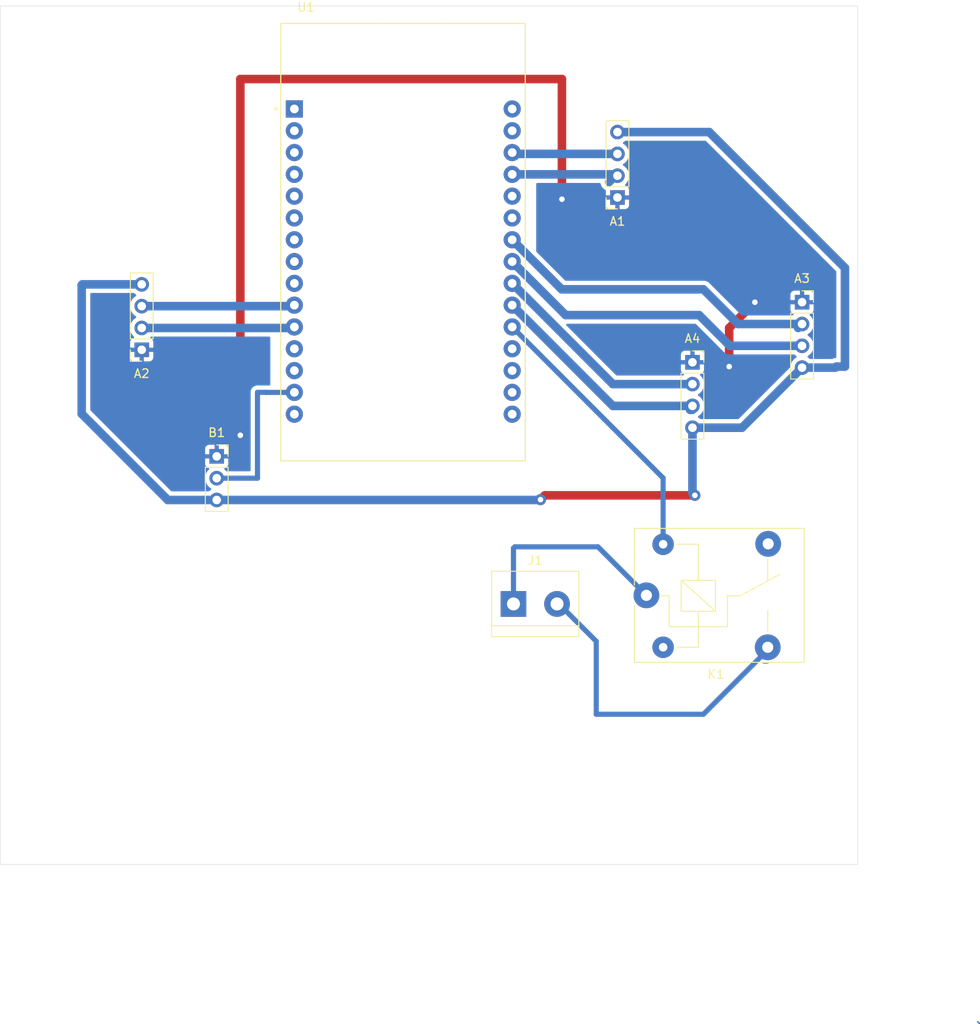
<source format=kicad_pcb>
(kicad_pcb (version 20240108) (generator "pcbnew") (generator_version "8.0")
  (layers (0 "F.Cu" signal) (31 "B.Cu" signal) (34 "B.Paste" user) (35 "F.Paste" user) (36 "B.SilkS" user "B.Silkscreen") (37 "F.SilkS" user "F.Silkscreen") (38 "B.Mask" user) (39 "F.Mask" user) (44 "Edge.Cuts" user))
  (net 0 "")
  (net 1 "/TRIGER1")
  (net 2 "+5V")
  (net 3 "GND")
  (net 4 "/ECHO1")
  (net 5 "/ECHO2")
  (net 6 "/TRIGER2")
  (net 7 "/TRIGER3")
  (net 8 "/ECHO3")
  (net 9 "/ECHO4")
  (net 10 "/TRIGER4")
  (net 11 "/DHT")
  (net 28 "/RELatSp")
  (net 32 "Net-(J1-Pin_2)")
  (net 33 "Net-(J1-Pin_1)")
  (net 35 "Net-(U1-VIN)")
  (footprint "Connector_PinSocket_2.54mm:PinSocket_1x04_P2.54mm_Vertical" (layer "F.Cu") (at 158 64.5)
    (property "Reference" "A3" (at 0 -2.77 360) (layer "F.SilkS"))
    (property "Value" "Ultrasonido")
    (fp_line (start -1.33 1.27) (end -1.33 8.95) (stroke (width 0.12)) (layer "F.SilkS"))
    (fp_line (start -1.33 1.27) (end 1.33 1.27) (stroke (width 0.12)) (layer "F.SilkS"))
    (fp_line (start -1.33 8.95) (end 1.33 8.95) (stroke (width 0.12)) (layer "F.SilkS"))
    (fp_line (start 0 -1.33) (end 1.33 -1.33) (stroke (width 0.12)) (layer "F.SilkS"))
    (fp_line (start 1.33 -1.33) (end 1.33 0) (stroke (width 0.12)) (layer "F.SilkS"))
    (fp_line (start 1.33 1.27) (end 1.33 8.95) (stroke (width 0.12)) (layer "F.SilkS"))
    (pad "1" thru_hole rect (at 0 0) (size 1.7 1.7) (drill 1) (layers "*.Cu" "*.Mask") (net 3 "GND"))
    (pad "2" thru_hole oval (at 0 2.54) (size 1.7 1.7) (drill 1) (layers "*.Cu" "*.Mask") (net 8 "/ECHO3"))
    (pad "3" thru_hole oval (at 0 5.08) (size 1.7 1.7) (drill 1) (layers "*.Cu" "*.Mask") (net 7 "/TRIGER3"))
    (pad "4" thru_hole oval (at 0 7.62) (size 1.7 1.7) (drill 1) (layers "*.Cu" "*.Mask") (net 2 "+5V"))
  )
  (footprint "ESP32-DEVKIT-V1:MODULE_ESP32_DEVKIT_V1" (layer "F.Cu") (at 111.5 57.5)
    (property "Reference" "U1" (at -11.355 -27.36 0) (layer "F.SilkS"))
    (property "Value" "ESP32-DEVKIT-V1")
    (fp_line (start -14.28 -25.475) (end -3.211 -25.475) (stroke (width 0.127)) (layer "F.SilkS"))
    (fp_line (start -14.28 -25.475) (end 14.23 -25.475) (stroke (width 0.127)) (layer "F.SilkS"))
    (fp_line (start -14.28 25.475) (end -14.28 -25.475) (stroke (width 0.127)) (layer "F.SilkS"))
    (fp_line (start -14.28 25.475) (end -14.28 -25.475) (stroke (width 0.127)) (layer "F.SilkS"))
    (fp_line (start -14.28 25.475) (end -8.91 25.475) (stroke (width 0.127)) (layer "F.SilkS"))
    (fp_line (start -8.91 25.475) (end 8.78 25.475) (stroke (width 0.127)) (layer "F.SilkS"))
    (fp_line (start -3.211 -25.475) (end 3.5 -25.475) (stroke (width 0.127)) (layer "F.SilkS"))
    (fp_line (start 3.5 -25.475) (end 14.23 -25.475) (stroke (width 0.127)) (layer "F.SilkS"))
    (fp_line (start 8.78 25.475) (end 14.23 25.475) (stroke (width 0.127)) (layer "F.SilkS"))
    (fp_line (start 14.23 -25.475) (end 14.23 25.475) (stroke (width 0.127)) (layer "F.SilkS"))
    (fp_line (start 14.23 -25.475) (end 14.23 25.475) (stroke (width 0.127)) (layer "F.SilkS"))
    (fp_line (start 14.23 25.475) (end -14.28 25.475) (stroke (width 0.127)) (layer "F.SilkS"))
    (fp_circle (center -14.85 -15.515) (end -14.75 -15.515) (stroke (width 0.2)) (fill none) (layer "F.SilkS"))
    (pad "" np_thru_hole circle (at -12.28 -23.475) (size 3 3) (drill 3) (layers "*.Cu" "*.Mask"))
    (pad "" np_thru_hole circle (at -12.28 23.475) (size 3 3) (drill 3) (layers "*.Cu" "*.Mask"))
    (pad "" np_thru_hole circle (at 12.23 -23.475) (size 3 3) (drill 3) (layers "*.Cu" "*.Mask"))
    (pad "" np_thru_hole circle (at 12.23 23.475) (size 3 3) (drill 3) (layers "*.Cu" "*.Mask"))
    (pad "1" thru_hole rect (at -12.7 -15.515) (size 2 2) (drill 1.02) (layers "*.Cu" "*.Mask"))
    (pad "2" thru_hole circle (at -12.7 -12.975) (size 2 2) (drill 1.02) (layers "*.Cu" "*.Mask"))
    (pad "3" thru_hole circle (at -12.7 -10.435) (size 2 2) (drill 1.02) (layers "*.Cu" "*.Mask"))
    (pad "4" thru_hole circle (at -12.7 -7.895) (size 2 2) (drill 1.02) (layers "*.Cu" "*.Mask"))
    (pad "5" thru_hole circle (at -12.7 -5.355) (size 2 2) (drill 1.02) (layers "*.Cu" "*.Mask"))
    (pad "6" thru_hole circle (at -12.7 -2.815) (size 2 2) (drill 1.02) (layers "*.Cu" "*.Mask"))
    (pad "7" thru_hole circle (at -12.7 -0.275) (size 2 2) (drill 1.02) (layers "*.Cu" "*.Mask"))
    (pad "8" thru_hole circle (at -12.7 2.265) (size 2 2) (drill 1.02) (layers "*.Cu" "*.Mask"))
    (pad "9" thru_hole circle (at -12.7 4.805) (size 2 2) (drill 1.02) (layers "*.Cu" "*.Mask"))
    (pad "10" thru_hole circle (at -12.7 7.345) (size 2 2) (drill 1.02) (layers "*.Cu" "*.Mask") (net 6 "/TRIGER2"))
    (pad "11" thru_hole circle (at -12.7 9.885) (size 2 2) (drill 1.02) (layers "*.Cu" "*.Mask") (net 5 "/ECHO2"))
    (pad "12" thru_hole circle (at -12.7 12.425) (size 2 2) (drill 1.02) (layers "*.Cu" "*.Mask"))
    (pad "13" thru_hole circle (at -12.7 14.965) (size 2 2) (drill 1.02) (layers "*.Cu" "*.Mask"))
    (pad "14" thru_hole circle (at -12.7 17.505) (size 2 2) (drill 1.02) (layers "*.Cu" "*.Mask") (net 11 "/DHT"))
    (pad "15" thru_hole circle (at -12.7 20.045) (size 2 2) (drill 1.02) (layers "*.Cu" "*.Mask"))
    (pad "16" thru_hole circle (at 12.7 20.045) (size 2 2) (drill 1.02) (layers "*.Cu" "*.Mask"))
    (pad "17" thru_hole circle (at 12.7 17.505) (size 2 2) (drill 1.02) (layers "*.Cu" "*.Mask"))
    (pad "18" thru_hole circle (at 12.7 14.965) (size 2 2) (drill 1.02) (layers "*.Cu" "*.Mask"))
    (pad "19" thru_hole circle (at 12.7 12.425) (size 2 2) (drill 1.02) (layers "*.Cu" "*.Mask"))
    (pad "20" thru_hole circle (at 12.7 9.885) (size 2 2) (drill 1.02) (layers "*.Cu" "*.Mask") (net 28 "/RELatSp"))
    (pad "21" thru_hole circle (at 12.7 7.345) (size 2 2) (drill 1.02) (layers "*.Cu" "*.Mask") (net 10 "/TRIGER4"))
    (pad "22" thru_hole circle (at 12.7 4.805) (size 2 2) (drill 1.02) (layers "*.Cu" "*.Mask") (net 9 "/ECHO4"))
    (pad "23" thru_hole circle (at 12.7 2.265) (size 2 2) (drill 1.02) (layers "*.Cu" "*.Mask") (net 7 "/TRIGER3"))
    (pad "24" thru_hole circle (at 12.7 -0.275) (size 2 2) (drill 1.02) (layers "*.Cu" "*.Mask") (net 8 "/ECHO3"))
    (pad "25" thru_hole circle (at 12.7 -2.815) (size 2 2) (drill 1.02) (layers "*.Cu" "*.Mask"))
    (pad "26" thru_hole circle (at 12.7 -5.355) (size 2 2) (drill 1.02) (layers "*.Cu" "*.Mask"))
    (pad "27" thru_hole circle (at 12.7 -7.895) (size 2 2) (drill 1.02) (layers "*.Cu" "*.Mask") (net 4 "/ECHO1"))
    (pad "28" thru_hole circle (at 12.7 -10.435) (size 2 2) (drill 1.02) (layers "*.Cu" "*.Mask") (net 1 "/TRIGER1"))
    (pad "29" thru_hole circle (at 12.7 -12.975) (size 2 2) (drill 1.02) (layers "*.Cu" "*.Mask"))
    (pad "30" thru_hole circle (at 12.7 -15.515) (size 2 2) (drill 1.02) (layers "*.Cu" "*.Mask") (net 35 "Net-(U1-VIN)"))
    (zone (net 0) (net_name "") (layer "B.Cu") (connect_pads (clearance 0)) (min_thickness 0.01)
      (keepout (tracks not_allowed) (vias not_allowed) (pads not_allowed) (copperpour not_allowed) (footprints allowed))
      (fill (thermal_gap 0.508) (thermal_bridge_width 0.508))
      (polygon (pts (xy 102.59 76.485) (xy 120.28 76.485) (xy 120.28 82.975) (xy 102.59 82.975)))
    )
  )
  (footprint "Connector_PinSocket_2.54mm:PinSocket_1x03_P2.54mm_Vertical" (layer "F.Cu") (at 89.745 82.46)
    (property "Reference" "B1" (at 0 -2.77 0) (layer "F.SilkS"))
    (property "Value" "DHT-11")
    (fp_line (start -1.33 1.27) (end -1.33 6.41) (stroke (width 0.12)) (layer "F.SilkS"))
    (fp_line (start -1.33 1.27) (end 1.33 1.27) (stroke (width 0.12)) (layer "F.SilkS"))
    (fp_line (start -1.33 6.41) (end 1.33 6.41) (stroke (width 0.12)) (layer "F.SilkS"))
    (fp_line (start 0 -1.33) (end 1.33 -1.33) (stroke (width 0.12)) (layer "F.SilkS"))
    (fp_line (start 1.33 -1.33) (end 1.33 0) (stroke (width 0.12)) (layer "F.SilkS"))
    (fp_line (start 1.33 1.27) (end 1.33 6.41) (stroke (width 0.12)) (layer "F.SilkS"))
    (pad "1" thru_hole rect (at 0 0) (size 1.7 1.7) (drill 1) (layers "*.Cu" "*.Mask") (net 3 "GND"))
    (pad "2" thru_hole oval (at 0 2.54) (size 1.7 1.7) (drill 1) (layers "*.Cu" "*.Mask") (net 11 "/DHT"))
    (pad "3" thru_hole oval (at 0 5.08) (size 1.7 1.7) (drill 1) (layers "*.Cu" "*.Mask") (net 2 "+5V"))
  )
  (footprint "Connector_PinSocket_2.54mm:PinSocket_1x04_P2.54mm_Vertical" (layer "F.Cu") (at 136.475 52.3 180)
    (property "Reference" "A1" (at 0 -2.77 360) (layer "F.SilkS"))
    (property "Value" "Ultrasonido")
    (fp_line (start 1.33 1.27) (end 1.33 8.95) (stroke (width 0.12)) (layer "F.SilkS"))
    (fp_line (start 1.33 -1.33) (end 1.33 0) (stroke (width 0.12)) (layer "F.SilkS"))
    (fp_line (start 0 -1.33) (end 1.33 -1.33) (stroke (width 0.12)) (layer "F.SilkS"))
    (fp_line (start -1.33 8.95) (end 1.33 8.95) (stroke (width 0.12)) (layer "F.SilkS"))
    (fp_line (start -1.33 1.27) (end 1.33 1.27) (stroke (width 0.12)) (layer "F.SilkS"))
    (fp_line (start -1.33 1.27) (end -1.33 8.95) (stroke (width 0.12)) (layer "F.SilkS"))
    (pad "1" thru_hole rect (at 0 0 180) (size 1.7 1.7) (drill 1) (layers "*.Cu" "*.Mask") (net 3 "GND"))
    (pad "2" thru_hole oval (at 0 2.54 180) (size 1.7 1.7) (drill 1) (layers "*.Cu" "*.Mask") (net 4 "/ECHO1"))
    (pad "3" thru_hole oval (at 0 5.08 180) (size 1.7 1.7) (drill 1) (layers "*.Cu" "*.Mask") (net 1 "/TRIGER1"))
    (pad "4" thru_hole oval (at 0 7.62 180) (size 1.7 1.7) (drill 1) (layers "*.Cu" "*.Mask") (net 2 "+5V"))
  )
  (footprint "Relay_THT:Relay_SPDT_SANYOU_SRD_Series_Form_C" (layer "F.Cu") (at 139.85 98.65)
    (property "Reference" "K1" (at 8.1 9.2 0) (layer "F.SilkS"))
    (property "Value" "RELAY")
    (fp_line (start -1.4 -7.8) (end -1.4 -1.2) (stroke (width 0.12)) (layer "F.SilkS"))
    (fp_line (start -1.4 -7.8) (end 18.4 -7.8) (stroke (width 0.12)) (layer "F.SilkS"))
    (fp_line (start -1.4 1.2) (end -1.4 7.8) (stroke (width 0.12)) (layer "F.SilkS"))
    (fp_line (start 2.65 0.05) (end 1.85 0.05) (stroke (width 0.12)) (layer "F.SilkS"))
    (fp_line (start 2.65 0.05) (end 2.65 3.65) (stroke (width 0.12)) (layer "F.SilkS"))
    (fp_line (start 3.55 6.05) (end 6.05 6.05) (stroke (width 0.12)) (layer "F.SilkS"))
    (fp_line (start 4.05 -1.75) (end 8.05 -1.75) (stroke (width 0.12)) (layer "F.SilkS"))
    (fp_line (start 4.05 1.85) (end 4.05 -1.75) (stroke (width 0.12)) (layer "F.SilkS"))
    (fp_line (start 6.05 -5.95) (end 3.55 -5.95) (stroke (width 0.12)) (layer "F.SilkS"))
    (fp_line (start 6.05 -5.95) (end 6.05 -1.75) (stroke (width 0.12)) (layer "F.SilkS"))
    (fp_line (start 6.05 1.85) (end 6.05 6.05) (stroke (width 0.12)) (layer "F.SilkS"))
    (fp_line (start 8.05 -1.75) (end 8.05 1.85) (stroke (width 0.12)) (layer "F.SilkS"))
    (fp_line (start 8.05 1.85) (end 4.05 -1.75) (stroke (width 0.12)) (layer "F.SilkS"))
    (fp_line (start 8.05 1.85) (end 4.05 1.85) (stroke (width 0.12)) (layer "F.SilkS"))
    (fp_line (start 9.45 0.05) (end 9.45 3.65) (stroke (width 0.12)) (layer "F.SilkS"))
    (fp_line (start 9.45 0.05) (end 10.95 0.05) (stroke (width 0.12)) (layer "F.SilkS"))
    (fp_line (start 9.45 3.65) (end 2.65 3.65) (stroke (width 0.12)) (layer "F.SilkS"))
    (fp_line (start 10.95 0.05) (end 15.55 -2.45) (stroke (width 0.12)) (layer "F.SilkS"))
    (fp_line (start 14.15 -4.2) (end 14.15 -1.7) (stroke (width 0.12)) (layer "F.SilkS"))
    (fp_line (start 14.15 4.2) (end 14.15 1.75) (stroke (width 0.12)) (layer "F.SilkS"))
    (fp_line (start 18.4 -7.8) (end 18.4 7.8) (stroke (width 0.12)) (layer "F.SilkS"))
    (fp_line (start 18.4 7.8) (end -1.4 7.8) (stroke (width 0.12)) (layer "F.SilkS"))
    (pad "1" thru_hole circle (at 0 0 90) (size 3 3) (drill 1.3) (layers "*.Cu" "*.Mask") (net 33 "Net-(J1-Pin_1)"))
    (pad "2" thru_hole circle (at 1.95 6.05 90) (size 2.5 2.5) (drill 1) (layers "*.Cu" "*.Mask"))
    (pad "3" thru_hole circle (at 14.15 6.05 90) (size 3 3) (drill 1.3) (layers "*.Cu" "*.Mask") (net 32 "Net-(J1-Pin_2)"))
    (pad "4" thru_hole circle (at 14.2 -6 90) (size 3 3) (drill 1.3) (layers "*.Cu" "*.Mask"))
    (pad "5" thru_hole circle (at 1.95 -5.95 90) (size 2.5 2.5) (drill 1) (layers "*.Cu" "*.Mask") (net 28 "/RELatSp"))
  )
  (footprint "Connector_PinSocket_2.54mm:PinSocket_1x04_P2.54mm_Vertical" (layer "F.Cu") (at 81 70.04 180)
    (property "Reference" "A2" (at 0 -2.77 360) (layer "F.SilkS"))
    (property "Value" "Ultrasonido")
    (fp_line (start 1.33 1.27) (end 1.33 8.95) (stroke (width 0.12)) (layer "F.SilkS"))
    (fp_line (start 1.33 -1.33) (end 1.33 0) (stroke (width 0.12)) (layer "F.SilkS"))
    (fp_line (start 0 -1.33) (end 1.33 -1.33) (stroke (width 0.12)) (layer "F.SilkS"))
    (fp_line (start -1.33 8.95) (end 1.33 8.95) (stroke (width 0.12)) (layer "F.SilkS"))
    (fp_line (start -1.33 1.27) (end 1.33 1.27) (stroke (width 0.12)) (layer "F.SilkS"))
    (fp_line (start -1.33 1.27) (end -1.33 8.95) (stroke (width 0.12)) (layer "F.SilkS"))
    (pad "1" thru_hole rect (at 0 0 180) (size 1.7 1.7) (drill 1) (layers "*.Cu" "*.Mask") (net 3 "GND"))
    (pad "2" thru_hole oval (at 0 2.54 180) (size 1.7 1.7) (drill 1) (layers "*.Cu" "*.Mask") (net 5 "/ECHO2"))
    (pad "3" thru_hole oval (at 0 5.08 180) (size 1.7 1.7) (drill 1) (layers "*.Cu" "*.Mask") (net 6 "/TRIGER2"))
    (pad "4" thru_hole oval (at 0 7.62 180) (size 1.7 1.7) (drill 1) (layers "*.Cu" "*.Mask") (net 2 "+5V"))
  )
  (footprint "Connector_PinSocket_2.54mm:PinSocket_1x04_P2.54mm_Vertical" (layer "F.Cu") (at 145.22 71.5)
    (property "Reference" "A4" (at 0 -2.77 0) (layer "F.SilkS"))
    (property "Value" "Ultrasonido")
    (fp_line (start -1.33 1.27) (end -1.33 8.95) (stroke (width 0.12)) (layer "F.SilkS"))
    (fp_line (start -1.33 1.27) (end 1.33 1.27) (stroke (width 0.12)) (layer "F.SilkS"))
    (fp_line (start -1.33 8.95) (end 1.33 8.95) (stroke (width 0.12)) (layer "F.SilkS"))
    (fp_line (start 0 -1.33) (end 1.33 -1.33) (stroke (width 0.12)) (layer "F.SilkS"))
    (fp_line (start 1.33 -1.33) (end 1.33 0) (stroke (width 0.12)) (layer "F.SilkS"))
    (fp_line (start 1.33 1.27) (end 1.33 8.95) (stroke (width 0.12)) (layer "F.SilkS"))
    (pad "1" thru_hole rect (at 0 0) (size 1.7 1.7) (drill 1) (layers "*.Cu" "*.Mask") (net 3 "GND"))
    (pad "2" thru_hole oval (at 0 2.54) (size 1.7 1.7) (drill 1) (layers "*.Cu" "*.Mask") (net 9 "/ECHO4"))
    (pad "3" thru_hole oval (at 0 5.08) (size 1.7 1.7) (drill 1) (layers "*.Cu" "*.Mask") (net 10 "/TRIGER4"))
    (pad "4" thru_hole oval (at 0 7.62) (size 1.7 1.7) (drill 1) (layers "*.Cu" "*.Mask") (net 2 "+5V"))
  )
  (footprint "TerminalBlock:TerminalBlock_bornier-2_P5.08mm" (layer "F.Cu") (at 124.35 99.65)
    (property "Reference" "J1" (at 2.54 -5.08 0) (layer "F.SilkS"))
    (property "Value" "BORN2PINS")
    (fp_line (start -2.54 -3.81) (end -2.54 3.81) (stroke (width 0.12)) (layer "F.SilkS"))
    (fp_line (start -2.54 3.81) (end 7.62 3.81) (stroke (width 0.12)) (layer "F.SilkS"))
    (fp_line (start 7.62 -3.81) (end -2.54 -3.81) (stroke (width 0.12)) (layer "F.SilkS"))
    (fp_line (start 7.62 2.54) (end -2.54 2.54) (stroke (width 0.12)) (layer "F.SilkS"))
    (fp_line (start 7.62 3.81) (end 7.62 -3.81) (stroke (width 0.12)) (layer "F.SilkS"))
    (pad "1" thru_hole rect (at 0 0) (size 3 3) (drill 1.52) (layers "*.Cu" "*.Mask") (net 33 "Net-(J1-Pin_1)"))
    (pad "2" thru_hole circle (at 5.08 0) (size 3 3) (drill 1.52) (layers "*.Cu" "*.Mask") (net 32 "Net-(J1-Pin_2)"))
  )
  (gr_rect (start 64.5 30) (end 164.5 130) (stroke (width 0.05)) (fill none) (layer "Edge.Cuts"))
  (segment (start 178.5 148.34) (end 178.66 148.5) (width 0.2) (layer "B.Cu") (net 0))
  (segment (start 153.5 106.5) (end 154 106.5) (width 0.2) (layer "B.Cu") (net 0))
  (segment (start 124.355 47.22) (end 124.2 47.065) (width 1) (layer "B.Cu") (net 1))
  (segment (start 124.4 47.265) (end 124.2 47.065) (width 0.6) (layer "B.Cu") (net 1))
  (segment (start 136.475 47.22) (end 124.355 47.22) (width 1) (layer "B.Cu") (net 1))
  (segment (start 128 87) (end 145.5 87) (width 1) (layer "F.Cu") (net 2))
  (segment (start 127.5 87.5) (end 128 87) (width 1) (layer "F.Cu") (net 2))
  (via (at 127.5 87.5) (size 1.3) (drill 0.65) (layers "F.Cu" "B.Cu") (net 2))
  (via (at 145.5 87) (size 1.3) (drill 0.65) (layers "F.Cu" "B.Cu") (net 2))
  (segment (start 74 62.5) (end 74 77.5) (width 1) (layer "B.Cu") (net 2))
  (segment (start 84.04 87.54) (end 89.745 87.54) (width 1) (layer "B.Cu") (net 2))
  (segment (start 145.22 79.12) (end 151 79.12) (width 1) (layer "B.Cu") (net 2))
  (segment (start 163 60.5) (end 163 72) (width 1) (layer "B.Cu") (net 2))
  (segment (start 74 77.5) (end 84.04 87.54) (width 1) (layer "B.Cu") (net 2))
  (segment (start 161.88 72.12) (end 158 72.12) (width 1) (layer "B.Cu") (net 2))
  (segment (start 147.18 44.68) (end 163 60.5) (width 1) (layer "B.Cu") (net 2))
  (segment (start 89.745 87.54) (end 127.46 87.54) (width 1) (layer "B.Cu") (net 2))
  (segment (start 74.08 62.42) (end 74 62.5) (width 1) (layer "B.Cu") (net 2))
  (segment (start 151 79.12) (end 158 72.12) (width 1) (layer "B.Cu") (net 2))
  (segment (start 163 72) (end 162 72) (width 1) (layer "B.Cu") (net 2))
  (segment (start 127.46 87.54) (end 127.5 87.5) (width 1) (layer "B.Cu") (net 2))
  (segment (start 136.475 44.68) (end 147.18 44.68) (width 1) (layer "B.Cu") (net 2))
  (segment (start 145.22 86.72) (end 145.5 87) (width 1) (layer "B.Cu") (net 2))
  (segment (start 162 72) (end 161.88 72.12) (width 1) (layer "B.Cu") (net 2))
  (segment (start 81 62.42) (end 74.08 62.42) (width 1) (layer "B.Cu") (net 2))
  (segment (start 145.22 79.12) (end 145.22 86.72) (width 1) (layer "B.Cu") (net 2))
  (segment (start 92.5 80) (end 92.5 38.5) (width 1) (layer "F.Cu") (net 3))
  (segment (start 92.5 38.5) (end 130 38.5) (width 1) (layer "F.Cu") (net 3))
  (segment (start 130 38.5) (end 130 52.5) (width 1) (layer "F.Cu") (net 3))
  (segment (start 149.5 72) (end 149.5 67.5) (width 1) (layer "F.Cu") (net 3))
  (segment (start 149.5 67.5) (end 152.5 64.5) (width 1) (layer "F.Cu") (net 3))
  (via (at 149.5 72) (size 1.1) (drill 0.65) (layers "F.Cu" "B.Cu") (net 3))
  (via (at 92.5 80) (size 1.1) (drill 0.65) (layers "F.Cu" "B.Cu") (net 3))
  (via (at 152.5 64.5) (size 1.1) (drill 0.65) (layers "F.Cu" "B.Cu") (net 3))
  (via (at 130 52.5) (size 1.1) (drill 0.65) (layers "F.Cu" "B.Cu") (net 3))
  (segment (start 136.045 49.605) (end 136.245 49.805) (width 0.6) (layer "B.Cu") (net 4))
  (segment (start 135.96 50.04) (end 135.5 50.5) (width 1) (layer "B.Cu") (net 4))
  (segment (start 136.245 50.04) (end 135.96 50.04) (width 1) (layer "B.Cu") (net 4))
  (segment (start 124.2 49.605) (end 136.32 49.605) (width 1) (layer "B.Cu") (net 4))
  (segment (start 136.32 49.605) (end 136.475 49.76) (width 1) (layer "B.Cu") (net 4))
  (segment (start 81 67.5) (end 98.685 67.5) (width 1) (layer "B.Cu") (net 5))
  (segment (start 98.685 67.5) (end 98.8 67.385) (width 1) (layer "B.Cu") (net 5))
  (segment (start 98.72 67.305) (end 98.8 67.385) (width 0.6) (layer "B.Cu") (net 5))
  (segment (start 81 64.96) (end 98.685 64.96) (width 1) (layer "B.Cu") (net 6))
  (segment (start 80.825 64.845) (end 80.745 64.765) (width 0.6) (layer "B.Cu") (net 6))
  (segment (start 98.685 64.96) (end 98.8 64.845) (width 1) (layer "B.Cu") (net 6))
  (segment (start 149.58 69.58) (end 158 69.58) (width 1) (layer "B.Cu") (net 7))
  (segment (start 124.2 59.765) (end 130.435 66) (width 1) (layer "B.Cu") (net 7))
  (segment (start 146 66) (end 149.58 69.58) (width 1) (layer "B.Cu") (net 7))
  (segment (start 130.435 66) (end 146 66) (width 1) (layer "B.Cu") (net 7))
  (segment (start 129.975 63) (end 146.5 63) (width 1) (layer "B.Cu") (net 8))
  (segment (start 124.46 57.485) (end 124.2 57.225) (width 0.6) (layer "B.Cu") (net 8))
  (segment (start 124.2 57.225) (end 129.975 63) (width 1) (layer "B.Cu") (net 8))
  (segment (start 157.54 67.5) (end 158 67.04) (width 1) (layer "B.Cu") (net 8))
  (segment (start 150.54 67.04) (end 158 67.04) (width 1) (layer "B.Cu") (net 8))
  (segment (start 146.5 63) (end 150.54 67.04) (width 1) (layer "B.Cu") (net 8))
  (segment (start 135.935 74.04) (end 124.2 62.305) (width 1) (layer "B.Cu") (net 9))
  (segment (start 145.22 74.04) (end 135.935 74.04) (width 1) (layer "B.Cu") (net 9))
  (segment (start 145.22 76.58) (end 135.935 76.58) (width 1) (layer "B.Cu") (net 10))
  (segment (start 135.935 76.58) (end 124.2 64.845) (width 1) (layer "B.Cu") (net 10))
  (segment (start 145.22 77.04) (end 144.936 77.04) (width 1) (layer "B.Cu") (net 10))
  (segment (start 95.505 75.005) (end 98.8 75.005) (width 0.6) (layer "B.Cu") (net 11))
  (segment (start 94.5 75) (end 95.5 75) (width 0.6) (layer "B.Cu") (net 11))
  (segment (start 94.5 85) (end 94.5 75) (width 0.6) (layer "B.Cu") (net 11))
  (segment (start 89.745 85) (end 94.5 85) (width 0.6) (layer "B.Cu") (net 11))
  (segment (start 95.5 75) (end 95.505 75.005) (width 0.6) (layer "B.Cu") (net 11))
  (segment (start 141.8 92.7) (end 141.8 84.985) (width 0.6) (layer "B.Cu") (net 28))
  (segment (start 141.8 84.985) (end 124.2 67.385) (width 0.6) (layer "B.Cu") (net 28))
  (segment (start 134 104) (end 134 112.5) (width 0.6) (layer "B.Cu") (net 32))
  (segment (start 129.65 99.65) (end 134 104) (width 0.6) (layer "B.Cu") (net 32))
  (segment (start 146.5 112.5) (end 154 105) (width 0.6) (layer "B.Cu") (net 32))
  (segment (start 129.43 99.65) (end 129.65 99.65) (width 0.6) (layer "B.Cu") (net 32))
  (segment (start 134 112.5) (end 146.5 112.5) (width 0.6) (layer "B.Cu") (net 32))
  (segment (start 154 105) (end 154 104.7) (width 0.6) (layer "B.Cu") (net 32))
  (segment (start 124.35 93.15) (end 124.5 93) (width 0.6) (layer "B.Cu") (net 33))
  (segment (start 134.2 93) (end 139.85 98.65) (width 0.6) (layer "B.Cu") (net 33))
  (segment (start 124.5 93) (end 134.2 93) (width 0.6) (layer "B.Cu") (net 33))
  (segment (start 124.35 99.65) (end 124.35 93.15) (width 0.6) (layer "B.Cu") (net 33))
  (zone (net 3) (net_name "GND") (layer "B.Cu") (connect_pads (clearance 0.5)) (min_thickness 0.25) (fill yes (thermal_gap 0.5) (thermal_bridge_width 0.5))
    (polygon (pts (xy 64.5 130) (xy 164.5 130) (xy 164.5 30) (xy 127 30) (xy 127 84.5) (xy 96 84.5) (xy 96 30) (xy 64.5 30)))
  )
)
</source>
